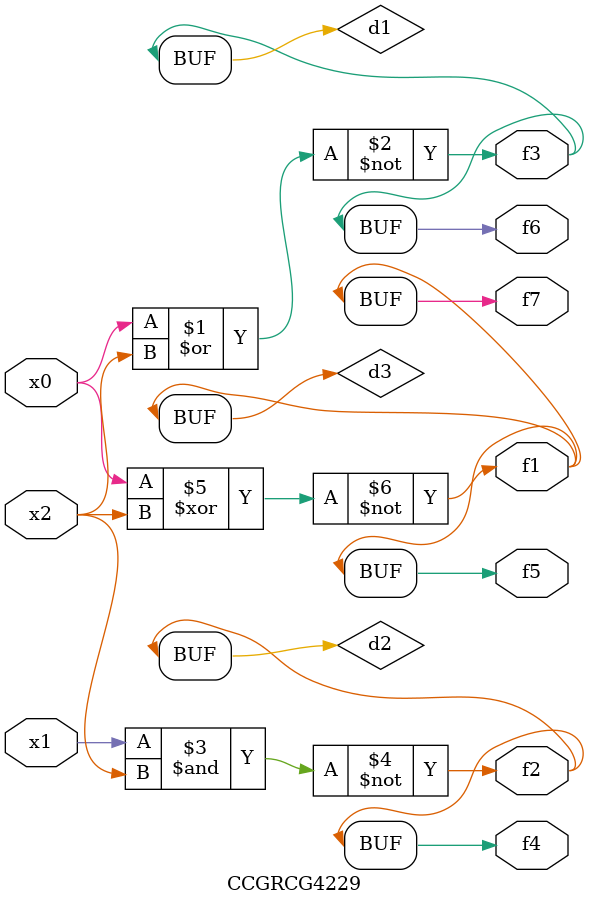
<source format=v>
module CCGRCG4229(
	input x0, x1, x2,
	output f1, f2, f3, f4, f5, f6, f7
);

	wire d1, d2, d3;

	nor (d1, x0, x2);
	nand (d2, x1, x2);
	xnor (d3, x0, x2);
	assign f1 = d3;
	assign f2 = d2;
	assign f3 = d1;
	assign f4 = d2;
	assign f5 = d3;
	assign f6 = d1;
	assign f7 = d3;
endmodule

</source>
